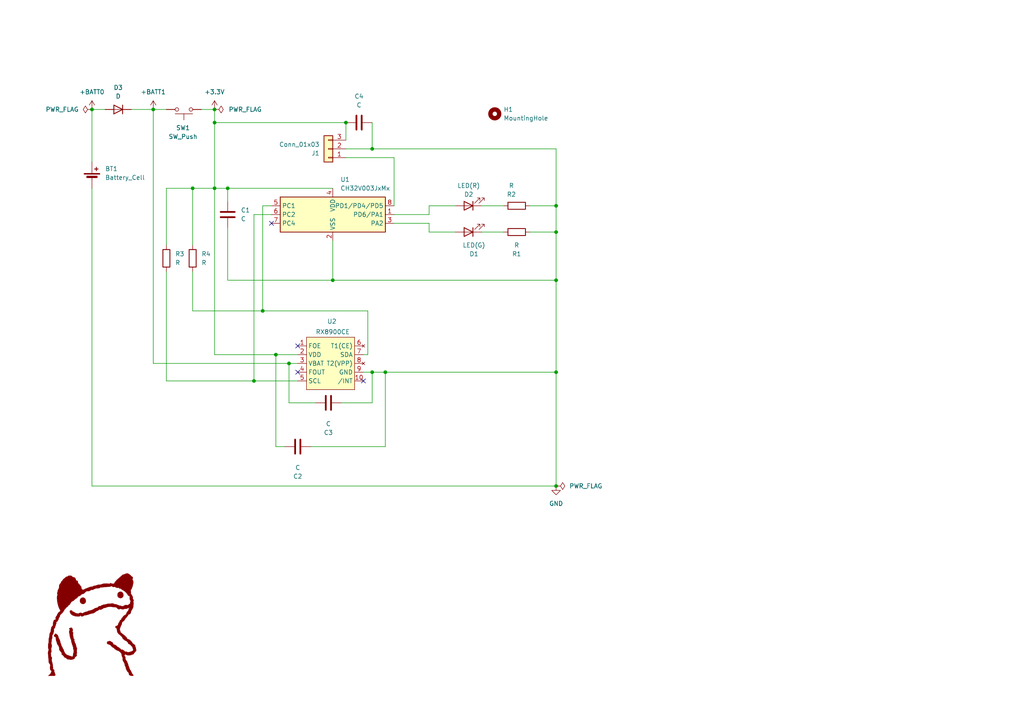
<source format=kicad_sch>
(kicad_sch (version 20231120) (generator "eeschema") (generator_version "8.0")
  (paper "A4")
  (lib_symbols
    (symbol "Connector_Generic:Conn_01x03" (pin_names (offset 1.016) hide)
      (property "Reference" "J" (at 0 5.08 0))
      (property "Value" "Conn_01x03" (at 0 -5.08 0))
      (symbol "Conn_01x03_1_1"
        (pin passive line (at -5.08 2.54 0) (length 3.81) (name "Pin_1") (number "1"))
        (pin passive line (at -5.08 0 0) (length 3.81) (name "Pin_2") (number "2"))
        (pin passive line (at -5.08 -2.54 0) (length 3.81) (name "Pin_3") (number "3"))
      )
    )
    (symbol "Device:Battery_Cell" (pin_numbers hide) (pin_names (offset 0) hide)
      (property "Reference" "BT" (at 2.54 2.54 0))
      (property "Value" "Battery_Cell" (at 2.54 0 0))
      (symbol "Battery_Cell_1_1"
        (pin passive line (at 0 5.08 270) (length 2.54) (name "+") (number "1"))
        (pin passive line (at 0 -2.54 90) (length 2.54) (name "-") (number "2"))
      )
    )
    (symbol "Device:C" (pin_numbers hide) (pin_names (offset 0.254))
      (property "Reference" "C" (at 0.635 2.54 0))
      (property "Value" "C" (at 0.635 -2.54 0))
      (symbol "C_1_1"
        (pin passive line (at 0 3.81 270) (length 2.794) (name "~") (number "1"))
        (pin passive line (at 0 -3.81 90) (length 2.794) (name "~") (number "2"))
      )
    )
    (symbol "Device:D" (pin_numbers hide) (pin_names (offset 1.016) hide)
      (property "Reference" "D" (at 0 2.54 0))
      (property "Value" "D" (at 0 -2.54 0))
      (symbol "D_1_1"
        (pin passive line (at -3.81 0 0) (length 2.54) (name "K") (number "1"))
        (pin passive line (at 3.81 0 180) (length 2.54) (name "A") (number "2"))
      )
    )
    (symbol "Device:LED" (pin_numbers hide) (pin_names (offset 1.016) hide)
      (property "Reference" "D" (at 0 2.54 0))
      (property "Value" "LED" (at 0 -2.54 0))
      (symbol "LED_1_1"
        (pin passive line (at -3.81 0 0) (length 2.54) (name "K") (number "1"))
        (pin passive line (at 3.81 0 180) (length 2.54) (name "A") (number "2"))
      )
    )
    (symbol "Device:R" (pin_numbers hide) (pin_names (offset 0))
      (property "Reference" "R" (at 2.032 0 90))
      (property "Value" "R" (at 0 0 90))
      (symbol "R_1_1"
        (pin passive line (at 0 3.81 270) (length 1.27) (name "~") (number "1"))
        (pin passive line (at 0 -3.81 90) (length 1.27) (name "~") (number "2"))
      )
    )
    (symbol "MCU_WCH_CH32V0:CH32V003JxMx"
      (property "Reference" "U" (at -15.24 7.62 0))
      (property "Value" "CH32V003JxMx" (at 15.24 7.62 0))
      (symbol "CH32V003JxMx_1_1"
        (pin bidirectional line (at 17.78 0 180) (length 2.54) (name "PD6/PA1") (number "1"))
        (pin power_in line (at 0 -7.62 90) (length 2.54) (name "VSS") (number "2"))
        (pin bidirectional line (at 17.78 -2.54 180) (length 2.54) (name "PA2") (number "3"))
        (pin power_in line (at 0 7.62 270) (length 2.54) (name "VDD") (number "4"))
        (pin bidirectional line (at -17.78 2.54 0) (length 2.54) (name "PC1") (number "5"))
        (pin bidirectional line (at -17.78 0 0) (length 2.54) (name "PC2") (number "6"))
        (pin bidirectional line (at -17.78 -2.54 0) (length 2.54) (name "PC4") (number "7"))
        (pin bidirectional line (at 17.78 2.54 180) (length 2.54) (name "PD1/PD4/PD5") (number "8"))
      )
    )
    (symbol "Mechanical:MountingHole" (pin_names (offset 1.016))
      (property "Reference" "H" (at 0 5.08 0))
      (property "Value" "MountingHole" (at 0 3.175 0))
    )
    (symbol "Switch:SW_Push" (pin_numbers hide) (pin_names (offset 1.016) hide)
      (property "Reference" "SW" (at 1.27 2.54 0))
      (property "Value" "SW_Push" (at 0 -1.524 0))
      (symbol "SW_Push_0_1"
        (pin passive line (at -5.08 0 0) (length 2.54) (name "1") (number "1"))
        (pin passive line (at 5.08 0 180) (length 2.54) (name "2") (number "2"))
      )
    )
    (symbol "ch32v003j4m6-rx8900:RX8900CE"
      (property "Reference" "U" (at -6.858 8.89 0))
      (property "Value" "RX8900CE" (at 1.524 8.89 0))
      (property "Footprint" "Package_SON:EPSON_CE-USON-10_USON-10_3.2x2.5mm_P0.7mm" (at -0.254 -12.7 0))
      (symbol "RX8900CE_1_1"
        (pin input line (at -10.16 5.08 0) (length 2.54) (name "FOE") (number "1"))
        (pin open_collector line (at 8.89 -5.08 180) (length 2.54) (name "/INT") (number "10"))
        (pin power_in line (at -10.16 2.54 0) (length 2.54) (name "VDD") (number "2"))
        (pin power_in line (at -10.16 0 0) (length 2.54) (name "VBAT") (number "3"))
        (pin output line (at -10.16 -2.54 0) (length 2.54) (name "FOUT") (number "4"))
        (pin input line (at -10.16 -5.08 0) (length 2.54) (name "SCL") (number "5"))
        (pin no_connect line (at 8.89 5.08 180) (length 2.54) (name "T1(CE)") (number "6"))
        (pin bidirectional line (at 8.89 2.54 180) (length 2.54) (name "SDA") (number "7"))
        (pin no_connect line (at 8.89 0 180) (length 2.54) (name "T2(VPP)") (number "8"))
        (pin power_in line (at 8.89 -2.54 180) (length 2.54) (name "GND") (number "9"))
      )
    )
    (symbol "ch32v003j4m6-rx8900:task_jp" (pin_names (offset 1.016)))
    (symbol "power:+3.3V" (power) (pin_numbers hide) (pin_names (offset 0) hide)
      (property "Value" "+3.3V" (at 0 3.556 0))
      (symbol "+3.3V_1_1"
        (pin power_in line (at 0 0 90) (length 0) (name "~") (number "1"))
      )
    )
    (symbol "power:+BATT" (power) (pin_numbers hide) (pin_names (offset 0) hide)
      (property "Value" "+BATT" (at 0 3.556 0))
      (symbol "+BATT_1_1"
        (pin power_in line (at 0 0 90) (length 0) (name "~") (number "1"))
      )
    )
    (symbol "power:GND" (power) (pin_numbers hide) (pin_names (offset 0) hide)
      (property "Value" "GND" (at 0 -3.81 0))
      (symbol "GND_1_1"
        (pin power_in line (at 0 0 270) (length 0) (name "~") (number "1"))
      )
    )
    (symbol "power:PWR_FLAG" (power) (pin_numbers hide) (pin_names (offset 0) hide)
      (property "Value" "PWR_FLAG" (at 0 3.81 0))
      (symbol "PWR_FLAG_0_0"
        (pin power_out line (at 0 0 90) (length 0) (name "~") (number "1"))
      )
    )
  )
  (junction (at 96.52 81.28))
  (junction (at 161.29 140.97))
  (junction (at 161.29 81.28))
  (junction (at 161.29 59.69))
  (junction (at 111.76 107.95))
  (junction (at 26.67 31.75))
  (junction (at 62.23 31.75))
  (junction (at 83.82 105.41))
  (junction (at 107.95 107.95))
  (junction (at 55.88 54.61))
  (junction (at 76.2 90.17))
  (junction (at 44.45 31.75))
  (junction (at 161.29 107.95))
  (junction (at 62.23 54.61))
  (junction (at 62.23 35.56))
  (junction (at 100.33 35.56))
  (junction (at 107.95 43.18))
  (junction (at 73.66 110.49))
  (junction (at 80.01 102.87))
  (junction (at 161.29 67.31))
  (junction (at 66.04 54.61))
  (no_connect (at 86.36 100.33))
  (no_connect (at 78.74 64.77))
  (no_connect (at 86.36 107.95))
  (no_connect (at 105.41 110.49))
  (wire (pts (xy 106.68 90.17) (xy 106.68 102.87)))
  (wire (pts (xy 62.23 35.56) (xy 100.33 35.56)))
  (wire (pts (xy 62.23 35.56) (xy 62.23 54.61)))
  (wire (pts (xy 48.26 78.74) (xy 48.26 110.49)))
  (wire (pts (xy 48.26 54.61) (xy 55.88 54.61)))
  (wire (pts (xy 80.01 102.87) (xy 86.36 102.87)))
  (wire (pts (xy 124.46 59.69) (xy 124.46 62.23)))
  (wire (pts (xy 161.29 59.69) (xy 161.29 67.31)))
  (wire (pts (xy 62.23 54.61) (xy 62.23 102.87)))
  (wire (pts (xy 66.04 66.04) (xy 66.04 81.28)))
  (wire (pts (xy 107.95 107.95) (xy 105.41 107.95)))
  (wire (pts (xy 153.67 67.31) (xy 161.29 67.31)))
  (wire (pts (xy 76.2 59.69) (xy 78.74 59.69)))
  (wire (pts (xy 83.82 116.84) (xy 83.82 105.41)))
  (wire (pts (xy 111.76 129.54) (xy 111.76 107.95)))
  (wire (pts (xy 161.29 81.28) (xy 161.29 107.95)))
  (wire (pts (xy 55.88 54.61) (xy 62.23 54.61)))
  (wire (pts (xy 26.67 54.61) (xy 26.67 140.97)))
  (wire (pts (xy 161.29 107.95) (xy 161.29 140.97)))
  (wire (pts (xy 55.88 78.74) (xy 55.88 90.17)))
  (wire (pts (xy 100.33 35.56) (xy 100.33 40.64)))
  (wire (pts (xy 114.3 62.23) (xy 124.46 62.23)))
  (wire (pts (xy 114.3 64.77) (xy 124.46 64.77)))
  (wire (pts (xy 161.29 81.28) (xy 96.52 81.28)))
  (wire (pts (xy 78.74 62.23) (xy 73.66 62.23)))
  (wire (pts (xy 48.26 71.12) (xy 48.26 54.61)))
  (wire (pts (xy 48.26 110.49) (xy 73.66 110.49)))
  (wire (pts (xy 62.23 31.75) (xy 62.23 35.56)))
  (wire (pts (xy 55.88 54.61) (xy 55.88 71.12)))
  (wire (pts (xy 161.29 43.18) (xy 161.29 59.69)))
  (wire (pts (xy 26.67 31.75) (xy 30.48 31.75)))
  (wire (pts (xy 66.04 54.61) (xy 62.23 54.61)))
  (wire (pts (xy 107.95 43.18) (xy 161.29 43.18)))
  (wire (pts (xy 26.67 140.97) (xy 161.29 140.97)))
  (wire (pts (xy 161.29 67.31) (xy 161.29 81.28)))
  (wire (pts (xy 76.2 90.17) (xy 106.68 90.17)))
  (wire (pts (xy 83.82 105.41) (xy 86.36 105.41)))
  (wire (pts (xy 66.04 81.28) (xy 96.52 81.28)))
  (wire (pts (xy 107.95 35.56) (xy 107.95 43.18)))
  (wire (pts (xy 124.46 67.31) (xy 132.08 67.31)))
  (wire (pts (xy 90.17 129.54) (xy 111.76 129.54)))
  (wire (pts (xy 124.46 59.69) (xy 132.08 59.69)))
  (wire (pts (xy 153.67 59.69) (xy 161.29 59.69)))
  (wire (pts (xy 106.68 102.87) (xy 105.41 102.87)))
  (wire (pts (xy 80.01 102.87) (xy 80.01 129.54)))
  (wire (pts (xy 66.04 54.61) (xy 66.04 58.42)))
  (wire (pts (xy 38.1 31.75) (xy 44.45 31.75)))
  (wire (pts (xy 44.45 31.75) (xy 48.26 31.75)))
  (wire (pts (xy 139.7 59.69) (xy 146.05 59.69)))
  (wire (pts (xy 96.52 69.85) (xy 96.52 81.28)))
  (wire (pts (xy 114.3 45.72) (xy 114.3 59.69)))
  (wire (pts (xy 44.45 105.41) (xy 83.82 105.41)))
  (wire (pts (xy 26.67 31.75) (xy 26.67 46.99)))
  (wire (pts (xy 80.01 129.54) (xy 82.55 129.54)))
  (wire (pts (xy 73.66 62.23) (xy 73.66 110.49)))
  (wire (pts (xy 55.88 90.17) (xy 76.2 90.17)))
  (wire (pts (xy 111.76 107.95) (xy 161.29 107.95)))
  (wire (pts (xy 124.46 64.77) (xy 124.46 67.31)))
  (wire (pts (xy 44.45 31.75) (xy 44.45 105.41)))
  (wire (pts (xy 107.95 107.95) (xy 111.76 107.95)))
  (wire (pts (xy 91.44 116.84) (xy 83.82 116.84)))
  (wire (pts (xy 58.42 31.75) (xy 62.23 31.75)))
  (wire (pts (xy 99.06 116.84) (xy 107.95 116.84)))
  (wire (pts (xy 76.2 59.69) (xy 76.2 90.17)))
  (wire (pts (xy 62.23 102.87) (xy 80.01 102.87)))
  (wire (pts (xy 100.33 45.72) (xy 114.3 45.72)))
  (wire (pts (xy 100.33 43.18) (xy 107.95 43.18)))
  (wire (pts (xy 66.04 54.61) (xy 96.52 54.61)))
  (wire (pts (xy 139.7 67.31) (xy 146.05 67.31)))
  (wire (pts (xy 107.95 116.84) (xy 107.95 107.95)))
  (wire (pts (xy 73.66 110.49) (xy 86.36 110.49)))
  (symbol (lib_id "MCU_WCH_CH32V0:CH32V003JxMx") (at 96.52 62.23 0) (unit 1)
    (property "Reference" "U1" (at 98.7141 52.07 0) (effects (justify left)))
    (property "Value" "CH32V003JxMx" (at 98.7141 54.61 0) (effects (justify left)))
    (property "Footprint" "Package_SO:SOP-8_3.9x4.9mm_P1.27mm" (effects (hide yes)))
    (property "Datasheet" "https://www.wch-ic.com/products/CH32V003.html" (effects (hide yes)))
    (property "Description" "CH32V003 series are industrial-grade general-purpose microcontrollers designed based on 32-bit RISC-V instruction set and architecture. It adopts QingKe V2A core, RV32EC instruction set, and supports 2 levels of interrupt nesting. The series are mounted with rich peripheral interfaces and function modules. Its internal organizational structure meets the low-cost and low-power embedded application scenarios." (effects (hide yes)))
  )
  (symbol (lib_id "power:+3.3V") (at 62.23 31.75 0) (unit 1)
    (property "Reference" "#PWR03" (effects (hide yes)))
    (property "Value" "+3.3V" (at 62.23 26.67 0))
    (property "Description" "Power symbol creates a global label with name \"+3.3V\"" (effects (hide yes)))
  )
  (symbol (lib_id "Mechanical:MountingHole") (at 143.51 33.02 0) (unit 1)
    (property "Reference" "H1" (at 146.05 31.7499 0) (effects (justify left)))
    (property "Value" "MountingHole" (at 146.05 34.2899 0) (effects (justify left)))
    (property "Footprint" "MountingHole:MountingHole_3mm" (effects (hide yes)))
    (property "Description" "Mounting Hole without connection" (effects (hide yes)))
  )
  (symbol (lib_id "Device:C") (at 86.36 129.54 270) (unit 1)
    (property "Reference" "C2" (at 86.36 138.176 90))
    (property "Value" "C" (at 86.36 135.636 90))
    (property "Footprint" "Capacitor_SMD:C_0603_1608Metric" (effects (hide yes)))
    (property "Description" "Unpolarized capacitor" (effects (hide yes)))
  )
  (symbol (lib_id "Device:LED") (at 135.89 59.69 180) (unit 1)
    (property "Reference" "D2" (at 135.9535 56.388 0))
    (property "Value" "LED(R)" (at 135.9535 53.848 0))
    (property "Footprint" "LED_SMD:LED_0603_1608Metric" (effects (hide yes)))
    (property "Description" "Light emitting diode" (effects (hide yes)))
  )
  (symbol (lib_id "power:PWR_FLAG") (at 161.29 140.97 270) (unit 1)
    (property "Reference" "#FLG02" (effects (hide yes)))
    (property "Value" "PWR_FLAG" (at 165.1 140.9699 90) (effects (justify left)))
    (property "Description" "Special symbol for telling ERC where power comes from" (effects (hide yes)))
  )
  (symbol (lib_id "power:+BATT") (at 44.45 31.75 0) (unit 1)
    (property "Reference" "#PWR04" (effects (hide yes)))
    (property "Value" "+BATT1" (at 44.45 26.67 0))
    (property "Description" "Power symbol creates a global label with name \"+BATT\"" (effects (hide yes)))
  )
  (symbol (lib_id "power:GND") (at 161.29 140.97 0) (unit 1)
    (property "Reference" "#PWR02" (effects (hide yes)))
    (property "Value" "GND" (at 161.29 146.05 0))
    (property "Description" "Power symbol creates a global label with name \"GND\" , ground" (effects (hide yes)))
  )
  (symbol (lib_id "Device:R") (at 149.86 59.69 270) (unit 1)
    (property "Reference" "R2" (at 148.336 56.388 90))
    (property "Value" "R" (at 148.336 53.848 90))
    (property "Footprint" "Resistor_SMD:R_0603_1608Metric" (effects (hide yes)))
    (property "Description" "Resistor" (effects (hide yes)))
  )
  (symbol (lib_id "Device:C") (at 95.25 116.84 270) (unit 1)
    (property "Reference" "C3" (at 95.25 125.476 90))
    (property "Value" "C" (at 95.25 122.936 90))
    (property "Footprint" "Capacitor_SMD:C_0603_1608Metric" (effects (hide yes)))
    (property "Description" "Unpolarized capacitor" (effects (hide yes)))
  )
  (symbol (lib_id "Device:R") (at 48.26 74.93 0) (unit 1)
    (property "Reference" "R3" (at 50.8 73.6599 0) (effects (justify left)))
    (property "Value" "R" (at 50.8 76.1999 0) (effects (justify left)))
    (property "Footprint" "Resistor_SMD:R_0603_1608Metric" (effects (hide yes)))
    (property "Description" "Resistor" (effects (hide yes)))
  )
  (symbol (lib_id "ch32v003j4m6-rx8900:task_jp") (at 29.21 179.07 0) (unit 1)
    (property "Reference" "#G1" (effects (hide yes)))
    (property "Value" "task_jp" (effects (hide yes)))
    (property "Footprint" "ch32v003j4m6-rx8900:task_jp" (effects (hide yes)))
  )
  (symbol (lib_id "power:PWR_FLAG") (at 62.23 31.75 270) (unit 1)
    (property "Reference" "#FLG03" (effects (hide yes)))
    (property "Value" "PWR_FLAG" (at 66.294 31.75 90) (effects (justify left)))
    (property "Description" "Special symbol for telling ERC where power comes from" (effects (hide yes)))
  )
  (symbol (lib_id "Device:C") (at 104.14 35.56 90) (mirror x) (unit 1)
    (property "Reference" "C4" (at 104.14 27.94 90))
    (property "Value" "C" (at 104.14 30.48 90))
    (property "Footprint" "Capacitor_SMD:C_0603_1608Metric" (effects (hide yes)))
    (property "Description" "Unpolarized capacitor" (effects (hide yes)))
  )
  (symbol (lib_id "ch32v003j4m6-rx8900:RX8900CE") (at 96.52 105.41 0) (unit 1)
    (property "Reference" "U2" (at 96.266 93.218 0))
    (property "Value" "RX8900CE" (at 96.52 96.266 0))
    (property "Footprint" "Package_SON:EPSON_CE-USON-10_USON-10_3.2x2.5mm_P0.7mm" (effects (hide yes)))
    (property "Datasheet" "https://support.epson.biz/td/api/doc_check.php?dl=brief_RX8900CE" (effects (hide yes)))
    (property "Description" "Realtime Clock/Calendar I2C Interface built-in crystal , SON-10" (effects (hide yes)))
  )
  (symbol (lib_id "Device:C") (at 66.04 62.23 180) (unit 1)
    (property "Reference" "C1" (at 69.85 60.9599 0) (effects (justify right)))
    (property "Value" "C" (at 69.85 63.4999 0) (effects (justify right)))
    (property "Footprint" "Capacitor_SMD:C_0603_1608Metric" (effects (hide yes)))
    (property "Description" "Unpolarized capacitor" (effects (hide yes)))
  )
  (symbol (lib_id "Connector_Generic:Conn_01x03") (at 95.25 43.18 180) (unit 1)
    (property "Reference" "J1" (at 92.71 44.4501 0) (effects (justify left)))
    (property "Value" "Conn_01x03" (at 92.71 41.9101 0) (effects (justify left)))
    (property "Footprint" "Connector_PinSocket_2.54mm:PinSocket_1x03_P2.54mm_Horizontal" (effects (hide yes)))
    (property "Description" "Generic connector, single row, 01x03, script generated (kicad-library-utils/schlib/autogen/connector/)" (effects (hide yes)))
  )
  (symbol (lib_id "Device:R") (at 149.86 67.31 270) (unit 1)
    (property "Reference" "R1" (at 149.86 73.66 90))
    (property "Value" "R" (at 149.86 71.12 90))
    (property "Footprint" "Resistor_SMD:R_0603_1608Metric" (effects (hide yes)))
    (property "Description" "Resistor" (effects (hide yes)))
  )
  (symbol (lib_id "Device:D") (at 34.29 31.75 180) (unit 1)
    (property "Reference" "D3" (at 34.29 25.4 0))
    (property "Value" "D" (at 34.29 27.94 0))
    (property "Footprint" "Diode_SMD:D_SOD-123F" (effects (hide yes)))
    (property "Description" "Diode" (effects (hide yes)))
    (property "Sim.Device" "D" (effects (hide yes)))
    (property "Sim.Pins" "1=K 2=A" (effects (hide yes)))
  )
  (symbol (lib_id "Device:R") (at 55.88 74.93 0) (unit 1)
    (property "Reference" "R4" (at 58.42 73.6599 0) (effects (justify left)))
    (property "Value" "R" (at 58.42 76.1999 0) (effects (justify left)))
    (property "Footprint" "Resistor_SMD:R_0603_1608Metric" (effects (hide yes)))
    (property "Description" "Resistor" (effects (hide yes)))
  )
  (symbol (lib_id "Device:Battery_Cell") (at 26.67 52.07 0) (unit 1)
    (property "Reference" "BT1" (at 30.48 48.9584 0) (effects (justify left)))
    (property "Value" "Battery_Cell" (at 30.48 51.4984 0) (effects (justify left)))
    (property "Footprint" "ch32v003j4m6-rx8900:CH291-1220LF" (effects (hide yes)))
    (property "Description" "Single-cell battery" (effects (hide yes)))
  )
  (symbol (lib_id "Device:LED") (at 135.89 67.31 180) (unit 1)
    (property "Reference" "D1" (at 137.4775 73.66 0))
    (property "Value" "LED(G)" (at 137.4775 71.12 0))
    (property "Footprint" "LED_SMD:LED_0603_1608Metric" (effects (hide yes)))
    (property "Description" "Light emitting diode" (effects (hide yes)))
  )
  (symbol (lib_id "power:PWR_FLAG") (at 26.67 31.75 90) (unit 1)
    (property "Reference" "#FLG01" (effects (hide yes)))
    (property "Value" "PWR_FLAG" (at 22.86 31.7499 90) (effects (justify left)))
    (property "Description" "Special symbol for telling ERC where power comes from" (effects (hide yes)))
  )
  (symbol (lib_id "power:+BATT") (at 26.67 31.75 0) (unit 1)
    (property "Reference" "#PWR01" (effects (hide yes)))
    (property "Value" "+BATT0" (at 26.67 26.67 0))
    (property "Description" "Power symbol creates a global label with name \"+BATT\"" (effects (hide yes)))
  )
  (symbol (lib_id "Switch:SW_Push") (at 53.34 31.75 180) (unit 1)
    (property "Reference" "SW1" (at 53.086 37.084 0))
    (property "Value" "SW_Push" (at 53.086 39.624 0))
    (property "Footprint" "Button_Switch_SMD:SW_Push_1P1T_NO_6x6mm_H9.5mm" (effects (hide yes)))
    (property "Description" "Push button switch, generic, two pins" (effects (hide yes)))
  )
)
</source>
